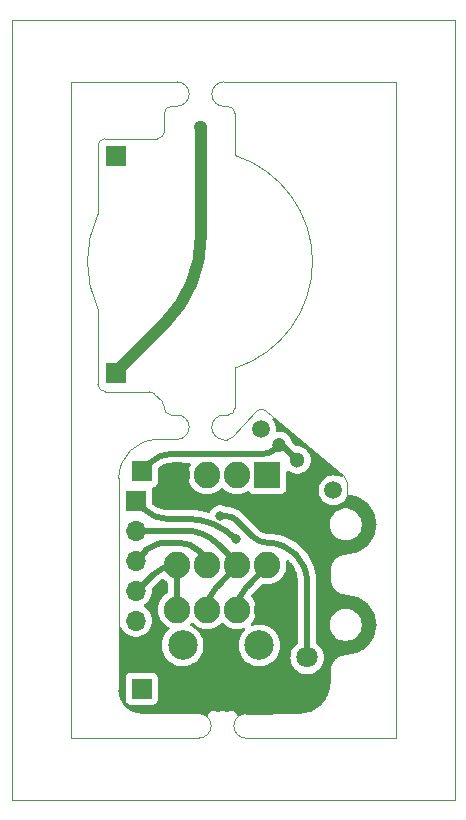
<source format=gbr>
%TF.GenerationSoftware,KiCad,Pcbnew,8.0.2-1*%
%TF.CreationDate,2024-07-30T22:04:43-07:00*%
%TF.ProjectId,tamagotchi_panel_rounded,74616d61-676f-4746-9368-695f70616e65,rev?*%
%TF.SameCoordinates,Original*%
%TF.FileFunction,Copper,L1,Top*%
%TF.FilePolarity,Positive*%
%FSLAX46Y46*%
G04 Gerber Fmt 4.6, Leading zero omitted, Abs format (unit mm)*
G04 Created by KiCad (PCBNEW 8.0.2-1) date 2024-07-30 22:04:43*
%MOMM*%
%LPD*%
G01*
G04 APERTURE LIST*
G04 Aperture macros list*
%AMRotRect*
0 Rectangle, with rotation*
0 The origin of the aperture is its center*
0 $1 length*
0 $2 width*
0 $3 Rotation angle, in degrees counterclockwise*
0 Add horizontal line*
21,1,$1,$2,0,0,$3*%
G04 Aperture macros list end*
%TA.AperFunction,ComponentPad*%
%ADD10R,2.250000X2.250000*%
%TD*%
%TA.AperFunction,ComponentPad*%
%ADD11C,2.250000*%
%TD*%
%TA.AperFunction,ComponentPad*%
%ADD12R,1.700000X1.700000*%
%TD*%
%TA.AperFunction,ComponentPad*%
%ADD13C,1.300000*%
%TD*%
%TA.AperFunction,ComponentPad*%
%ADD14C,1.200000*%
%TD*%
%TA.AperFunction,ComponentPad*%
%ADD15C,1.500000*%
%TD*%
%TA.AperFunction,ComponentPad*%
%ADD16C,2.500000*%
%TD*%
%TA.AperFunction,ComponentPad*%
%ADD17RotRect,1.800000X1.800000X70.000000*%
%TD*%
%TA.AperFunction,ComponentPad*%
%ADD18C,1.800000*%
%TD*%
%TA.AperFunction,ComponentPad*%
%ADD19O,1.700000X1.700000*%
%TD*%
%TA.AperFunction,ViaPad*%
%ADD20C,0.800000*%
%TD*%
%TA.AperFunction,Conductor*%
%ADD21C,0.500000*%
%TD*%
%TA.AperFunction,Conductor*%
%ADD22C,1.000000*%
%TD*%
%TA.AperFunction,Profile*%
%ADD23C,0.100000*%
%TD*%
G04 APERTURE END LIST*
D10*
%TO.P,U1,1,~{RESET}/PB5*%
%TO.N,ISP RESET*%
X39620077Y-51983079D03*
D11*
%TO.P,U1,2,XTAL1/PB3*%
%TO.N,BUTTON*%
X37080077Y-51983079D03*
%TO.P,U1,3,XTAL2/PB4*%
%TO.N,LED*%
X34540077Y-51983079D03*
%TO.P,U1,4,GND*%
%TO.N,GND*%
X32000077Y-51983079D03*
%TO.P,U1,5,AREF/PB0*%
%TO.N,ISP MOSI*%
X32000077Y-59603079D03*
%TO.P,U1,6,PB1*%
%TO.N,ISP MISO*%
X34540077Y-59603079D03*
%TO.P,U1,7,PB2*%
%TO.N,ISP SCK*%
X37080077Y-59603079D03*
%TO.P,U1,8,VCC*%
%TO.N,VCC*%
X39620077Y-59603079D03*
%TD*%
D12*
%TO.P,J4,1,Pin_1*%
%TO.N,Net-(BT2-+)*%
X26800000Y-43343402D03*
%TD*%
D13*
%TO.P,SW2,1,1*%
%TO.N,GND*%
X43704199Y-51996982D03*
D14*
%TO.P,SW2,2,2*%
%TO.N,Net-(J3-Pin_1)*%
X40640021Y-49425832D03*
D13*
%TO.P,SW2,3*%
X42172110Y-50711407D03*
D15*
%TO.P,SW2,MH1*%
%TO.N,N/C*%
X45236288Y-53282557D03*
%TO.P,SW2,MH2*%
X39107932Y-48140256D03*
%TD*%
D16*
%TO.P,SW1,1,1*%
%TO.N,GND*%
X38968713Y-70923675D03*
X32468713Y-70923675D03*
%TO.P,SW1,2,2*%
%TO.N,BUTTON*%
X38968713Y-66423675D03*
X32468713Y-66423675D03*
%TD*%
D11*
%TO.P,U2,1,Gnd*%
%TO.N,GND*%
X39625000Y-63400000D03*
%TO.P,U2,2,VCC*%
%TO.N,VCC*%
X37085000Y-63400000D03*
%TO.P,U2,3,SCL*%
%TO.N,ISP SCK*%
X34545000Y-63400000D03*
%TO.P,U2,4,SDA*%
%TO.N,ISP MOSI*%
X32005000Y-63400000D03*
%TD*%
D12*
%TO.P,J3,1,Pin_1*%
%TO.N,Net-(J3-Pin_1)*%
X28993960Y-51683079D03*
%TD*%
%TO.P,J5,1,Pin_1*%
%TO.N,Net-(BT2--)*%
X26800000Y-24943402D03*
%TD*%
%TO.P,J2,1,Pin_1*%
%TO.N,VCC*%
X28993960Y-70083079D03*
%TD*%
D17*
%TO.P,D1,1,K*%
%TO.N,GND*%
X42142843Y-69816333D03*
D18*
%TO.P,D1,2,A*%
%TO.N,LED*%
X43011574Y-67429514D03*
%TD*%
D12*
%TO.P,J1,1,Pin_1*%
%TO.N,ISP RESET*%
X28505077Y-54163079D03*
D19*
%TO.P,J1,2,Pin_2*%
%TO.N,ISP SCK*%
X28505077Y-56703079D03*
%TO.P,J1,3,Pin_3*%
%TO.N,ISP MISO*%
X28505077Y-59243079D03*
%TO.P,J1,4,Pin_4*%
%TO.N,ISP MOSI*%
X28505077Y-61783079D03*
%TO.P,J1,5,Pin_5*%
%TO.N,VCC*%
X28505077Y-64323079D03*
%TO.P,J1,6,Pin_6*%
%TO.N,GND*%
X28505077Y-66863079D03*
%TD*%
D20*
%TO.N,ISP RESET*%
X37000034Y-57432193D03*
%TO.N,Net-(BT2-+)*%
X33978370Y-22543402D03*
%TO.N,LED*%
X35647360Y-55468176D03*
%TD*%
D21*
%TO.N,LED*%
X43011574Y-61080158D02*
G75*
G03*
X39659497Y-57728076I-3352084J-2D01*
G01*
X36154861Y-55468176D02*
G75*
G02*
X37021241Y-55827012I39J-1225224D01*
G01*
X38400942Y-57206755D02*
G75*
G03*
X39659497Y-57728068I1258558J1258555D01*
G01*
X37021220Y-55827033D02*
X38400942Y-57206755D01*
X35647360Y-55468176D02*
X36154861Y-55468176D01*
X43011574Y-61080158D02*
X43011574Y-67429514D01*
%TO.N,ISP SCK*%
X35427028Y-57827028D02*
G75*
G03*
X32713575Y-56703102I-2713428J-2713472D01*
G01*
X32713575Y-56703079D02*
X28505077Y-56703079D01*
X35427028Y-57827028D02*
X37080077Y-59480077D01*
X37080077Y-59480077D02*
X37080077Y-59603079D01*
%TO.N,ISP MISO*%
X33845038Y-58423117D02*
G75*
G03*
X32167067Y-57728106I-1677938J-1677983D01*
G01*
X32167067Y-57728079D02*
X31091343Y-57728079D01*
X33845038Y-58423117D02*
X34540077Y-59118156D01*
X34540077Y-59118156D02*
X34540077Y-59603079D01*
X29262577Y-58485579D02*
X29366450Y-58384189D01*
X30100736Y-57922811D02*
X30374732Y-57826939D01*
X30657740Y-57762348D02*
X30946200Y-57729850D01*
X29366450Y-58384189D02*
X29593404Y-58203200D01*
X29839197Y-58048760D02*
X30100736Y-57922811D01*
X30374732Y-57826939D02*
X30657740Y-57762348D01*
X29593404Y-58203200D02*
X29839197Y-58048760D01*
X28505077Y-59243079D02*
X29262577Y-58485579D01*
X30946200Y-57729850D02*
X31091343Y-57728079D01*
%TO.N,Net-(J3-Pin_1)*%
X40763278Y-49425832D02*
G75*
G03*
X40552877Y-49512999I22J-297568D01*
G01*
X31525734Y-50200000D02*
G75*
G03*
X29735477Y-50941517I-34J-2531800D01*
G01*
X40973690Y-49512987D02*
G75*
G03*
X40763278Y-49425847I-210390J-210413D01*
G01*
X40252937Y-49812916D02*
G75*
G02*
X39318433Y-50200020I-934537J934516D01*
G01*
D22*
%TO.N,Net-(BT2-+)*%
X34007586Y-31800426D02*
G75*
G02*
X30972696Y-39127309I-10361776J-4D01*
G01*
X26815344Y-43284655D02*
G75*
G03*
X26800003Y-43321701I37056J-37045D01*
G01*
X33992978Y-22558010D02*
G75*
G02*
X34007599Y-22593276I-35278J-35290D01*
G01*
D21*
%TO.N,VCC*%
X37898328Y-61436478D02*
G75*
G03*
X37085025Y-63400000I1963572J-1963522D01*
G01*
%TO.N,ISP MOSI*%
X31955077Y-63314776D02*
G75*
G03*
X31980026Y-63375050I85223J-24D01*
G01*
X28656463Y-61743536D02*
G75*
G02*
X28560999Y-61783086I-95463J95436D01*
G01*
X32000077Y-59603079D02*
G75*
G03*
X29946109Y-60453912I123J-2904921D01*
G01*
%TO.N,ISP SCK*%
X35358261Y-61436545D02*
G75*
G03*
X34545037Y-63400000I1963439J-1963355D01*
G01*
%TO.N,ISP RESET*%
X29275077Y-54933079D02*
G75*
G03*
X31134021Y-55703054I1858923J1858979D01*
G01*
X37000034Y-57432193D02*
G75*
G03*
X32825608Y-55703078I-4174434J-4174407D01*
G01*
X29275077Y-54933079D02*
X28505077Y-54163079D01*
X31134021Y-55703079D02*
X32825608Y-55703079D01*
%TO.N,ISP SCK*%
X35358261Y-61436545D02*
X37080077Y-59714730D01*
%TO.N,ISP MOSI*%
X28656463Y-61743536D02*
X29946098Y-60453901D01*
X31980038Y-63375038D02*
X32005000Y-63400000D01*
X28560999Y-61783079D02*
X28505077Y-61783079D01*
X31955077Y-63314776D02*
X31955077Y-59648079D01*
%TO.N,VCC*%
X37898328Y-61436478D02*
X39620077Y-59714730D01*
D22*
%TO.N,Net-(BT2-+)*%
X34007586Y-31800426D02*
X34007586Y-22593276D01*
X33992978Y-22558010D02*
X33978370Y-22543402D01*
X26800000Y-43321701D02*
X26800000Y-43343402D01*
X30972693Y-39127306D02*
X26815344Y-43284655D01*
D21*
%TO.N,Net-(J3-Pin_1)*%
X40973690Y-49512987D02*
X42172110Y-50711407D01*
X40552865Y-49512987D02*
X40252937Y-49812916D01*
X29735499Y-50941539D02*
X28993960Y-51683079D01*
X31525734Y-50200000D02*
X39318433Y-50200000D01*
%TD*%
%TA.AperFunction,Conductor*%
%TO.N,GND*%
G36*
X40271684Y-47177689D02*
G01*
X40274046Y-47179625D01*
X45967198Y-51961488D01*
X46006496Y-52020617D01*
X46007588Y-52091605D01*
X45970127Y-52151914D01*
X45906007Y-52182397D01*
X45835586Y-52173375D01*
X45832911Y-52172165D01*
X45668371Y-52095440D01*
X45668367Y-52095438D01*
X45668364Y-52095437D01*
X45668362Y-52095436D01*
X45668361Y-52095436D01*
X45578466Y-52071348D01*
X45455659Y-52038442D01*
X45236288Y-52019250D01*
X45016917Y-52038442D01*
X44804214Y-52095436D01*
X44804208Y-52095438D01*
X44604634Y-52188501D01*
X44424253Y-52314805D01*
X44424247Y-52314810D01*
X44268541Y-52470516D01*
X44268536Y-52470522D01*
X44142232Y-52650903D01*
X44049169Y-52850477D01*
X44049167Y-52850483D01*
X43992173Y-53063186D01*
X43972981Y-53282557D01*
X43992173Y-53501927D01*
X44049167Y-53714630D01*
X44049169Y-53714636D01*
X44091729Y-53805907D01*
X44142232Y-53914211D01*
X44148035Y-53922498D01*
X44268539Y-54094595D01*
X44268542Y-54094599D01*
X44424245Y-54250302D01*
X44424249Y-54250305D01*
X44424250Y-54250306D01*
X44604634Y-54376613D01*
X44804212Y-54469677D01*
X45016917Y-54526672D01*
X45236288Y-54545864D01*
X45455659Y-54526672D01*
X45668364Y-54469677D01*
X45867942Y-54376613D01*
X46048326Y-54250306D01*
X46204037Y-54094595D01*
X46330344Y-53914211D01*
X46402093Y-53760342D01*
X46449008Y-53707059D01*
X46517285Y-53687597D01*
X46532079Y-53688587D01*
X46811155Y-53723842D01*
X46826695Y-53726806D01*
X46957316Y-53760344D01*
X47115731Y-53801018D01*
X47130779Y-53805907D01*
X47308123Y-53876122D01*
X47408252Y-53915766D01*
X47422560Y-53922498D01*
X47684086Y-54066272D01*
X47697434Y-54074744D01*
X47724762Y-54094599D01*
X47938864Y-54250154D01*
X47951056Y-54260240D01*
X48168597Y-54464523D01*
X48179428Y-54476057D01*
X48356147Y-54689674D01*
X48369652Y-54705998D01*
X48378950Y-54718796D01*
X48512425Y-54929119D01*
X48538853Y-54970762D01*
X48546476Y-54984628D01*
X48673537Y-55254647D01*
X48679362Y-55269359D01*
X48771579Y-55553176D01*
X48775514Y-55568502D01*
X48831433Y-55861638D01*
X48833416Y-55877336D01*
X48852155Y-56175168D01*
X48852155Y-56190992D01*
X48833416Y-56488823D01*
X48831433Y-56504521D01*
X48775514Y-56797657D01*
X48771579Y-56812983D01*
X48679362Y-57096800D01*
X48673537Y-57111512D01*
X48546476Y-57381531D01*
X48538853Y-57395397D01*
X48378952Y-57647360D01*
X48369652Y-57660161D01*
X48179429Y-57890101D01*
X48168597Y-57901636D01*
X47951056Y-58105919D01*
X47938864Y-58116005D01*
X47697440Y-58291411D01*
X47684080Y-58299890D01*
X47422568Y-58443657D01*
X47408250Y-58450394D01*
X47130779Y-58560252D01*
X47115731Y-58565141D01*
X46826698Y-58639352D01*
X46811155Y-58642317D01*
X46514134Y-58679839D01*
X46500239Y-58680818D01*
X46350077Y-58683079D01*
X46350060Y-58683079D01*
X46350018Y-58683080D01*
X46227819Y-58685742D01*
X45987045Y-58728201D01*
X45987042Y-58728202D01*
X45757288Y-58811827D01*
X45757283Y-58811830D01*
X45545541Y-58934080D01*
X45545540Y-58934081D01*
X45358251Y-59091236D01*
X45358245Y-59091241D01*
X45201083Y-59278538D01*
X45078830Y-59490284D01*
X44995200Y-59720048D01*
X44952742Y-59960818D01*
X44952742Y-59960823D01*
X44950077Y-60083075D01*
X44950077Y-60783085D01*
X44952782Y-60905326D01*
X44980589Y-61063039D01*
X44995236Y-61146113D01*
X45078856Y-61375867D01*
X45078858Y-61375870D01*
X45078859Y-61375873D01*
X45201097Y-61587605D01*
X45201098Y-61587606D01*
X45201101Y-61587611D01*
X45275534Y-61676319D01*
X45358259Y-61774910D01*
X45418271Y-61825268D01*
X45545553Y-61932073D01*
X45630183Y-61980936D01*
X45757288Y-62054324D01*
X45757291Y-62054325D01*
X45757293Y-62054326D01*
X45987045Y-62137953D01*
X46227828Y-62180413D01*
X46350077Y-62183079D01*
X46500254Y-62185341D01*
X46514133Y-62186320D01*
X46811155Y-62223842D01*
X46826695Y-62226806D01*
X47105511Y-62298394D01*
X47115731Y-62301018D01*
X47130779Y-62305907D01*
X47251304Y-62353626D01*
X47408252Y-62415766D01*
X47422560Y-62422498D01*
X47684086Y-62566272D01*
X47697434Y-62574744D01*
X47809430Y-62656114D01*
X47938864Y-62750154D01*
X47951056Y-62760240D01*
X48168597Y-62964523D01*
X48179428Y-62976057D01*
X48334819Y-63163893D01*
X48369652Y-63205998D01*
X48378950Y-63218796D01*
X48538853Y-63470762D01*
X48546476Y-63484628D01*
X48673537Y-63754647D01*
X48679362Y-63769359D01*
X48771579Y-64053176D01*
X48775514Y-64068502D01*
X48831433Y-64361638D01*
X48833416Y-64377336D01*
X48852155Y-64675168D01*
X48852155Y-64690992D01*
X48833416Y-64988823D01*
X48831433Y-65004521D01*
X48775514Y-65297657D01*
X48771579Y-65312983D01*
X48679362Y-65596800D01*
X48673537Y-65611512D01*
X48546476Y-65881531D01*
X48538853Y-65895397D01*
X48378952Y-66147360D01*
X48369652Y-66160161D01*
X48179429Y-66390101D01*
X48168597Y-66401636D01*
X47951056Y-66605919D01*
X47938864Y-66616005D01*
X47697440Y-66791411D01*
X47684080Y-66799890D01*
X47422568Y-66943657D01*
X47408250Y-66950394D01*
X47130779Y-67060252D01*
X47115731Y-67065141D01*
X46826698Y-67139352D01*
X46811155Y-67142317D01*
X46514134Y-67179839D01*
X46500239Y-67180818D01*
X46350077Y-67183079D01*
X46350060Y-67183079D01*
X46350018Y-67183080D01*
X46227819Y-67185742D01*
X45987045Y-67228201D01*
X45987042Y-67228202D01*
X45757288Y-67311827D01*
X45757283Y-67311830D01*
X45545541Y-67434080D01*
X45545540Y-67434081D01*
X45358251Y-67591236D01*
X45358245Y-67591241D01*
X45201083Y-67778538D01*
X45078830Y-67990284D01*
X44995200Y-68220048D01*
X44952742Y-68460818D01*
X44952742Y-68460823D01*
X44950077Y-68583067D01*
X44957262Y-69583628D01*
X44957252Y-69586350D01*
X44955102Y-69735412D01*
X44954196Y-69748782D01*
X44918046Y-70046523D01*
X44915304Y-70061489D01*
X44843742Y-70351831D01*
X44839215Y-70366358D01*
X44733183Y-70645945D01*
X44726939Y-70659820D01*
X44587972Y-70924600D01*
X44580100Y-70937621D01*
X44410237Y-71183710D01*
X44400853Y-71195688D01*
X44202563Y-71419510D01*
X44191804Y-71430268D01*
X43967978Y-71628560D01*
X43956001Y-71637944D01*
X43709913Y-71807804D01*
X43696892Y-71815676D01*
X43432108Y-71954644D01*
X43418232Y-71960888D01*
X43138649Y-72066917D01*
X43124123Y-72071444D01*
X42833778Y-72143006D01*
X42818812Y-72145748D01*
X42611855Y-72170875D01*
X42521068Y-72181898D01*
X42507707Y-72182804D01*
X42358060Y-72184971D01*
X42356488Y-72184984D01*
X37836226Y-72194039D01*
X37733909Y-72196377D01*
X37733904Y-72196378D01*
X37533160Y-72236320D01*
X37533158Y-72236321D01*
X37533153Y-72236322D01*
X37344066Y-72314666D01*
X37259499Y-72371190D01*
X37191749Y-72392414D01*
X37123280Y-72373640D01*
X37075829Y-72320829D01*
X37067776Y-72299044D01*
X37063125Y-72281685D01*
X37006183Y-72183059D01*
X36996708Y-72166648D01*
X36996700Y-72166638D01*
X36902782Y-72072720D01*
X36902772Y-72072712D01*
X36787736Y-72006296D01*
X36659425Y-71971915D01*
X36526587Y-71971915D01*
X36441046Y-71994835D01*
X36398275Y-72006296D01*
X36281006Y-72074002D01*
X36212011Y-72090740D01*
X36155006Y-72074002D01*
X36037736Y-72006296D01*
X35909425Y-71971915D01*
X35776587Y-71971915D01*
X35691046Y-71994835D01*
X35648275Y-72006296D01*
X35531006Y-72074002D01*
X35462011Y-72090740D01*
X35405006Y-72074002D01*
X35287736Y-72006296D01*
X35159425Y-71971915D01*
X35026587Y-71971915D01*
X34941046Y-71994835D01*
X34898275Y-72006296D01*
X34783239Y-72072712D01*
X34783229Y-72072720D01*
X34689311Y-72166638D01*
X34689303Y-72166648D01*
X34622886Y-72281686D01*
X34619277Y-72295156D01*
X34582324Y-72355778D01*
X34518463Y-72386798D01*
X34447968Y-72378368D01*
X34427627Y-72367346D01*
X34410294Y-72355778D01*
X34333759Y-72304700D01*
X34168406Y-72236322D01*
X34144616Y-72226484D01*
X34144611Y-72226483D01*
X33943842Y-72186678D01*
X33943846Y-72186678D01*
X33841503Y-72184407D01*
X29051186Y-72183079D01*
X29048973Y-72183059D01*
X28915097Y-72180670D01*
X28899412Y-72179407D01*
X28633333Y-72141147D01*
X28615766Y-72137326D01*
X28358906Y-72061902D01*
X28342063Y-72055619D01*
X28098566Y-71944415D01*
X28082787Y-71935799D01*
X27857590Y-71791069D01*
X27843199Y-71780296D01*
X27640887Y-71604988D01*
X27628179Y-71592280D01*
X27452874Y-71389963D01*
X27442107Y-71375580D01*
X27326500Y-71195688D01*
X27297375Y-71150366D01*
X27288762Y-71134591D01*
X27246607Y-71042283D01*
X27177563Y-70891092D01*
X27171281Y-70874251D01*
X27104247Y-70645945D01*
X27095863Y-70617389D01*
X27092043Y-70599826D01*
X27057453Y-70359230D01*
X27053784Y-70333711D01*
X27052524Y-70318071D01*
X27050098Y-70184237D01*
X27050077Y-70181953D01*
X27050077Y-69184429D01*
X27635460Y-69184429D01*
X27635460Y-70981728D01*
X27641969Y-71042275D01*
X27641971Y-71042283D01*
X27693070Y-71179281D01*
X27693072Y-71179286D01*
X27780698Y-71296340D01*
X27897752Y-71383966D01*
X27897754Y-71383967D01*
X27897756Y-71383968D01*
X27956835Y-71406003D01*
X28034755Y-71435067D01*
X28034763Y-71435069D01*
X28095310Y-71441578D01*
X28095315Y-71441578D01*
X28095322Y-71441579D01*
X28095328Y-71441579D01*
X29892592Y-71441579D01*
X29892598Y-71441579D01*
X29892605Y-71441578D01*
X29892609Y-71441578D01*
X29953156Y-71435069D01*
X29953159Y-71435068D01*
X29953161Y-71435068D01*
X30090164Y-71383968D01*
X30207221Y-71296340D01*
X30294847Y-71179286D01*
X30294847Y-71179285D01*
X30294849Y-71179283D01*
X30345949Y-71042280D01*
X30352460Y-70981717D01*
X30352460Y-69184441D01*
X30352459Y-69184429D01*
X30345950Y-69123882D01*
X30345948Y-69123874D01*
X30294849Y-68986876D01*
X30294847Y-68986871D01*
X30207221Y-68869817D01*
X30090167Y-68782191D01*
X30090162Y-68782189D01*
X29953164Y-68731090D01*
X29953156Y-68731088D01*
X29892609Y-68724579D01*
X29892598Y-68724579D01*
X28095322Y-68724579D01*
X28095310Y-68724579D01*
X28034763Y-68731088D01*
X28034755Y-68731090D01*
X27897757Y-68782189D01*
X27897752Y-68782191D01*
X27780698Y-68869817D01*
X27693072Y-68986871D01*
X27693070Y-68986876D01*
X27641971Y-69123874D01*
X27641969Y-69123882D01*
X27635460Y-69184429D01*
X27050077Y-69184429D01*
X27050077Y-64988850D01*
X27070079Y-64920729D01*
X27123735Y-64874236D01*
X27194009Y-64864132D01*
X27258589Y-64893626D01*
X27291463Y-64938234D01*
X27292918Y-64941550D01*
X27306218Y-64971872D01*
X27429352Y-65160344D01*
X27429356Y-65160349D01*
X27581839Y-65325987D01*
X27636408Y-65368460D01*
X27759501Y-65464268D01*
X27957503Y-65571421D01*
X27957504Y-65571421D01*
X27957505Y-65571422D01*
X28069304Y-65609802D01*
X28170442Y-65644523D01*
X28392508Y-65681579D01*
X28392512Y-65681579D01*
X28617642Y-65681579D01*
X28617646Y-65681579D01*
X28839712Y-65644523D01*
X29052651Y-65571421D01*
X29250653Y-65464268D01*
X29428317Y-65325985D01*
X29580799Y-65160347D01*
X29703937Y-64971870D01*
X29794373Y-64765695D01*
X29849641Y-64547447D01*
X29868233Y-64323079D01*
X29849641Y-64098711D01*
X29800926Y-63906340D01*
X29794374Y-63880466D01*
X29794373Y-63880465D01*
X29794373Y-63880463D01*
X29703937Y-63674288D01*
X29688020Y-63649925D01*
X29580801Y-63485813D01*
X29580797Y-63485808D01*
X29428314Y-63320170D01*
X29298069Y-63218796D01*
X29250653Y-63181890D01*
X29217396Y-63163892D01*
X29167006Y-63113881D01*
X29151653Y-63044564D01*
X29176213Y-62977951D01*
X29217397Y-62942265D01*
X29250653Y-62924268D01*
X29428317Y-62785985D01*
X29580799Y-62620347D01*
X29703937Y-62431870D01*
X29794373Y-62225695D01*
X29849641Y-62007447D01*
X29868233Y-61783079D01*
X29859386Y-61676318D01*
X29873695Y-61606779D01*
X29895861Y-61576819D01*
X30479935Y-60992745D01*
X30485035Y-60987921D01*
X30656641Y-60834564D01*
X30667678Y-60825764D01*
X30723477Y-60786171D01*
X30790607Y-60763063D01*
X30859574Y-60779917D01*
X30878221Y-60793119D01*
X30991839Y-60890158D01*
X31036961Y-60928695D01*
X31136413Y-60989639D01*
X31184043Y-61042286D01*
X31196577Y-61097071D01*
X31196577Y-61909024D01*
X31176575Y-61977145D01*
X31136412Y-62016456D01*
X31041891Y-62074378D01*
X31041880Y-62074386D01*
X30846368Y-62241368D01*
X30679386Y-62436880D01*
X30679385Y-62436882D01*
X30545039Y-62656114D01*
X30446644Y-62893661D01*
X30386622Y-63143674D01*
X30366449Y-63400000D01*
X30386622Y-63656325D01*
X30446644Y-63906338D01*
X30526328Y-64098711D01*
X30545040Y-64143887D01*
X30678478Y-64361638D01*
X30679385Y-64363117D01*
X30679386Y-64363119D01*
X30846368Y-64558631D01*
X31017112Y-64704459D01*
X31041884Y-64725616D01*
X31261113Y-64859960D01*
X31292242Y-64872854D01*
X31347521Y-64917402D01*
X31369942Y-64984765D01*
X31352384Y-65053556D01*
X31329724Y-65081626D01*
X31176031Y-65224232D01*
X31011695Y-65430302D01*
X30879918Y-65658546D01*
X30879915Y-65658554D01*
X30783624Y-65903899D01*
X30728057Y-66147360D01*
X30724978Y-66160849D01*
X30705282Y-66423675D01*
X30724978Y-66686501D01*
X30724979Y-66686505D01*
X30783624Y-66943450D01*
X30879915Y-67188795D01*
X30879918Y-67188803D01*
X31011695Y-67417047D01*
X31011697Y-67417050D01*
X31011698Y-67417051D01*
X31176027Y-67623113D01*
X31369232Y-67802381D01*
X31369238Y-67802385D01*
X31586988Y-67950845D01*
X31586992Y-67950847D01*
X31586998Y-67950851D01*
X31824459Y-68065207D01*
X31824462Y-68065207D01*
X31824467Y-68065210D01*
X32076302Y-68142890D01*
X32076304Y-68142890D01*
X32076313Y-68142893D01*
X32336932Y-68182175D01*
X32336936Y-68182175D01*
X32600490Y-68182175D01*
X32600494Y-68182175D01*
X32861113Y-68142893D01*
X32993096Y-68102182D01*
X33112958Y-68065210D01*
X33112960Y-68065209D01*
X33112967Y-68065207D01*
X33350429Y-67950851D01*
X33568194Y-67802381D01*
X33761399Y-67623113D01*
X33925728Y-67417051D01*
X34034760Y-67228202D01*
X34057507Y-67188803D01*
X34057509Y-67188799D01*
X34153800Y-66943455D01*
X34212448Y-66686501D01*
X34232144Y-66423675D01*
X34212448Y-66160849D01*
X34153800Y-65903895D01*
X34057509Y-65658551D01*
X34057508Y-65658550D01*
X34057507Y-65658546D01*
X33925730Y-65430302D01*
X33895979Y-65392995D01*
X33761399Y-65224237D01*
X33568194Y-65044969D01*
X33552672Y-65034386D01*
X33350438Y-64896504D01*
X33350431Y-64896500D01*
X33344463Y-64893626D01*
X33152114Y-64800995D01*
X33099419Y-64753418D01*
X33080811Y-64684903D01*
X33102199Y-64617205D01*
X33124954Y-64591663D01*
X33163631Y-64558631D01*
X33179188Y-64540415D01*
X33238638Y-64501606D01*
X33309632Y-64501098D01*
X33369632Y-64539053D01*
X33370812Y-64540416D01*
X33386369Y-64558632D01*
X33557112Y-64704459D01*
X33581884Y-64725616D01*
X33801113Y-64859960D01*
X34038660Y-64958355D01*
X34288674Y-65018378D01*
X34545000Y-65038551D01*
X34801326Y-65018378D01*
X35051340Y-64958355D01*
X35288887Y-64859960D01*
X35508116Y-64725616D01*
X35703631Y-64558631D01*
X35719188Y-64540415D01*
X35778638Y-64501606D01*
X35849632Y-64501098D01*
X35909632Y-64539053D01*
X35910812Y-64540416D01*
X35926369Y-64558632D01*
X36097112Y-64704459D01*
X36121884Y-64725616D01*
X36341113Y-64859960D01*
X36578660Y-64958355D01*
X36828674Y-65018378D01*
X37085000Y-65038551D01*
X37341326Y-65018378D01*
X37591340Y-64958355D01*
X37613587Y-64949139D01*
X37684175Y-64941550D01*
X37747663Y-64973328D01*
X37783891Y-65034386D01*
X37781358Y-65105337D01*
X37747507Y-65157912D01*
X37676031Y-65224232D01*
X37511695Y-65430302D01*
X37379918Y-65658546D01*
X37379915Y-65658554D01*
X37283624Y-65903899D01*
X37228057Y-66147360D01*
X37224978Y-66160849D01*
X37205282Y-66423675D01*
X37224978Y-66686501D01*
X37224979Y-66686505D01*
X37283624Y-66943450D01*
X37379915Y-67188795D01*
X37379918Y-67188803D01*
X37511695Y-67417047D01*
X37511697Y-67417050D01*
X37511698Y-67417051D01*
X37676027Y-67623113D01*
X37869232Y-67802381D01*
X37869238Y-67802385D01*
X38086988Y-67950845D01*
X38086992Y-67950847D01*
X38086998Y-67950851D01*
X38324459Y-68065207D01*
X38324462Y-68065207D01*
X38324467Y-68065210D01*
X38576302Y-68142890D01*
X38576304Y-68142890D01*
X38576313Y-68142893D01*
X38836932Y-68182175D01*
X38836936Y-68182175D01*
X39100490Y-68182175D01*
X39100494Y-68182175D01*
X39361113Y-68142893D01*
X39493096Y-68102182D01*
X39612958Y-68065210D01*
X39612960Y-68065209D01*
X39612967Y-68065207D01*
X39850429Y-67950851D01*
X40068194Y-67802381D01*
X40261399Y-67623113D01*
X40425728Y-67417051D01*
X40534760Y-67228202D01*
X40557507Y-67188803D01*
X40557509Y-67188799D01*
X40653800Y-66943455D01*
X40712448Y-66686501D01*
X40732144Y-66423675D01*
X40712448Y-66160849D01*
X40653800Y-65903895D01*
X40557509Y-65658551D01*
X40557508Y-65658550D01*
X40557507Y-65658546D01*
X40425730Y-65430302D01*
X40395979Y-65392995D01*
X40261399Y-65224237D01*
X40068194Y-65044969D01*
X40052672Y-65034386D01*
X39850438Y-64896504D01*
X39850431Y-64896500D01*
X39612970Y-64782144D01*
X39612958Y-64782139D01*
X39361123Y-64704459D01*
X39361115Y-64704457D01*
X39361113Y-64704457D01*
X39100494Y-64665175D01*
X38836932Y-64665175D01*
X38576313Y-64704457D01*
X38576311Y-64704457D01*
X38576302Y-64704459D01*
X38369853Y-64768140D01*
X38298863Y-64769106D01*
X38238620Y-64731537D01*
X38208252Y-64667364D01*
X38217399Y-64596959D01*
X38240818Y-64562739D01*
X38240416Y-64562396D01*
X38243625Y-64558638D01*
X38243628Y-64558632D01*
X38243631Y-64558631D01*
X38410616Y-64363116D01*
X38544960Y-64143887D01*
X38643355Y-63906340D01*
X38703378Y-63656326D01*
X38723551Y-63400000D01*
X38703378Y-63143674D01*
X38643355Y-62893660D01*
X38544960Y-62656113D01*
X38410616Y-62436884D01*
X38406335Y-62431872D01*
X38291186Y-62297049D01*
X38262155Y-62232260D01*
X38272760Y-62162060D01*
X38293042Y-62131265D01*
X38432018Y-61975746D01*
X38436841Y-61970644D01*
X39170543Y-61236943D01*
X39232853Y-61202920D01*
X39289051Y-61203523D01*
X39363741Y-61221455D01*
X39363744Y-61221455D01*
X39363751Y-61221457D01*
X39620077Y-61241630D01*
X39876403Y-61221457D01*
X40126417Y-61161434D01*
X40363964Y-61063039D01*
X40583193Y-60928695D01*
X40778708Y-60761710D01*
X40945693Y-60566195D01*
X41080037Y-60346966D01*
X41178432Y-60109419D01*
X41238455Y-59859405D01*
X41258628Y-59603079D01*
X41238455Y-59346753D01*
X41232180Y-59320615D01*
X41235728Y-59249709D01*
X41277048Y-59191976D01*
X41343021Y-59165746D01*
X41412703Y-59179349D01*
X41438655Y-59197250D01*
X41488202Y-59241528D01*
X41498182Y-59251509D01*
X41574777Y-59337219D01*
X41682554Y-59457823D01*
X41691364Y-59468869D01*
X41851489Y-59694543D01*
X41859006Y-59706507D01*
X41992848Y-59948676D01*
X41998979Y-59961407D01*
X42104867Y-60217042D01*
X42109534Y-60230379D01*
X42186134Y-60496265D01*
X42189278Y-60510040D01*
X42235627Y-60782830D01*
X42237209Y-60796871D01*
X42252876Y-61075835D01*
X42253074Y-61082900D01*
X42253074Y-66173426D01*
X42233072Y-66241547D01*
X42204465Y-66272857D01*
X42054359Y-66389690D01*
X42054348Y-66389700D01*
X41896259Y-66561430D01*
X41768589Y-66756845D01*
X41674826Y-66970603D01*
X41674823Y-66970610D01*
X41617524Y-67196880D01*
X41617523Y-67196886D01*
X41617523Y-67196888D01*
X41607999Y-67311827D01*
X41598247Y-67429514D01*
X41617524Y-67662147D01*
X41674823Y-67888417D01*
X41674826Y-67888424D01*
X41768589Y-68102182D01*
X41896259Y-68297597D01*
X42054348Y-68469327D01*
X42054352Y-68469331D01*
X42120224Y-68520601D01*
X42238557Y-68612704D01*
X42443847Y-68723801D01*
X42664623Y-68799594D01*
X42894862Y-68838014D01*
X42894866Y-68838014D01*
X43128282Y-68838014D01*
X43128286Y-68838014D01*
X43358525Y-68799594D01*
X43579301Y-68723801D01*
X43784591Y-68612704D01*
X43968794Y-68469332D01*
X43976628Y-68460823D01*
X44126888Y-68297597D01*
X44177553Y-68220048D01*
X44254558Y-68102183D01*
X44348323Y-67888421D01*
X44405625Y-67662140D01*
X44424901Y-67429514D01*
X44405625Y-67196888D01*
X44348323Y-66970607D01*
X44254558Y-66756845D01*
X44162543Y-66616005D01*
X44126888Y-66561430D01*
X43968799Y-66389700D01*
X43968788Y-66389690D01*
X43818683Y-66272857D01*
X43777212Y-66215232D01*
X43770074Y-66173426D01*
X43770074Y-64576478D01*
X44922536Y-64576478D01*
X44922536Y-64789680D01*
X44947793Y-64949140D01*
X44955890Y-65000262D01*
X45007904Y-65160347D01*
X45021772Y-65203026D01*
X45118564Y-65392992D01*
X45118566Y-65392995D01*
X45243883Y-65565478D01*
X45394636Y-65716231D01*
X45394639Y-65716233D01*
X45567123Y-65841551D01*
X45757089Y-65938343D01*
X45959857Y-66004226D01*
X46170435Y-66037579D01*
X46170438Y-66037579D01*
X46383634Y-66037579D01*
X46383637Y-66037579D01*
X46594215Y-66004226D01*
X46796983Y-65938343D01*
X46986949Y-65841551D01*
X47159433Y-65716233D01*
X47310190Y-65565476D01*
X47435508Y-65392992D01*
X47532300Y-65203026D01*
X47598183Y-65000258D01*
X47631536Y-64789680D01*
X47631536Y-64576478D01*
X47598183Y-64365900D01*
X47532300Y-64163132D01*
X47435508Y-63973166D01*
X47310190Y-63800682D01*
X47310188Y-63800679D01*
X47159435Y-63649926D01*
X46986952Y-63524609D01*
X46986951Y-63524608D01*
X46986949Y-63524607D01*
X46796983Y-63427815D01*
X46796980Y-63427814D01*
X46796978Y-63427813D01*
X46594219Y-63361933D01*
X46594217Y-63361932D01*
X46594215Y-63361932D01*
X46383637Y-63328579D01*
X46170435Y-63328579D01*
X45959857Y-63361932D01*
X45959855Y-63361932D01*
X45959852Y-63361933D01*
X45757093Y-63427813D01*
X45757087Y-63427816D01*
X45567119Y-63524609D01*
X45394636Y-63649926D01*
X45243883Y-63800679D01*
X45118566Y-63973162D01*
X45021773Y-64163130D01*
X45021770Y-64163136D01*
X44955890Y-64365895D01*
X44955889Y-64365898D01*
X44955889Y-64365900D01*
X44922536Y-64576478D01*
X43770074Y-64576478D01*
X43770074Y-61160799D01*
X43770121Y-61160638D01*
X43770121Y-61080198D01*
X43770121Y-60890152D01*
X43735051Y-60511683D01*
X43665209Y-60138065D01*
X43657058Y-60109419D01*
X43614779Y-59960823D01*
X43561192Y-59772484D01*
X43423888Y-59418061D01*
X43254467Y-59077818D01*
X43054376Y-58754658D01*
X42825320Y-58451340D01*
X42825318Y-58451337D01*
X42569260Y-58170453D01*
X42334825Y-57956738D01*
X42288365Y-57914384D01*
X42288362Y-57914382D01*
X42288358Y-57914378D01*
X41985044Y-57685326D01*
X41985029Y-57685316D01*
X41661895Y-57485240D01*
X41661892Y-57485238D01*
X41661888Y-57485236D01*
X41321645Y-57315815D01*
X41321635Y-57315810D01*
X40967226Y-57178511D01*
X40601647Y-57074493D01*
X40601640Y-57074491D01*
X40369486Y-57031094D01*
X40228023Y-57004650D01*
X40228017Y-57004649D01*
X40228015Y-57004649D01*
X40227999Y-57004647D01*
X39849558Y-56969579D01*
X39849554Y-56969579D01*
X39664454Y-56969579D01*
X39654568Y-56969191D01*
X39509605Y-56957782D01*
X39490076Y-56954688D01*
X39353515Y-56921902D01*
X39334712Y-56915793D01*
X39204960Y-56862048D01*
X39187343Y-56853071D01*
X39067605Y-56779695D01*
X39051609Y-56768074D01*
X38941139Y-56673723D01*
X38933875Y-56667007D01*
X38927496Y-56660628D01*
X38880912Y-56614043D01*
X38880911Y-56614042D01*
X38876511Y-56609642D01*
X38876501Y-56609633D01*
X38343346Y-56076478D01*
X44922536Y-56076478D01*
X44922536Y-56289680D01*
X44954078Y-56488823D01*
X44955890Y-56500262D01*
X45010068Y-56667007D01*
X45021772Y-56703026D01*
X45118564Y-56892992D01*
X45118566Y-56892995D01*
X45243883Y-57065478D01*
X45394636Y-57216231D01*
X45394639Y-57216233D01*
X45567123Y-57341551D01*
X45757089Y-57438343D01*
X45959857Y-57504226D01*
X46170435Y-57537579D01*
X46170438Y-57537579D01*
X46383634Y-57537579D01*
X46383637Y-57537579D01*
X46594215Y-57504226D01*
X46796983Y-57438343D01*
X46986949Y-57341551D01*
X47159433Y-57216233D01*
X47310190Y-57065476D01*
X47435508Y-56892992D01*
X47532300Y-56703026D01*
X47598183Y-56500258D01*
X47631536Y-56289680D01*
X47631536Y-56076478D01*
X47598183Y-55865900D01*
X47532300Y-55663132D01*
X47435508Y-55473166D01*
X47343877Y-55347048D01*
X47310188Y-55300679D01*
X47159435Y-55149926D01*
X46986952Y-55024609D01*
X46986951Y-55024608D01*
X46986949Y-55024607D01*
X46796983Y-54927815D01*
X46796980Y-54927814D01*
X46796978Y-54927813D01*
X46594219Y-54861933D01*
X46594217Y-54861932D01*
X46594215Y-54861932D01*
X46383637Y-54828579D01*
X46170435Y-54828579D01*
X45959857Y-54861932D01*
X45959855Y-54861932D01*
X45959852Y-54861933D01*
X45757093Y-54927813D01*
X45757087Y-54927816D01*
X45567119Y-55024609D01*
X45394636Y-55149926D01*
X45243883Y-55300679D01*
X45118566Y-55473162D01*
X45021773Y-55663130D01*
X45021770Y-55663136D01*
X44955890Y-55865895D01*
X44955889Y-55865898D01*
X44955889Y-55865900D01*
X44922536Y-56076478D01*
X38343346Y-56076478D01*
X37618990Y-55352122D01*
X37618965Y-55352094D01*
X37594472Y-55327602D01*
X37594421Y-55327509D01*
X37536267Y-55269359D01*
X37478790Y-55211885D01*
X37397935Y-55147409D01*
X37304585Y-55072969D01*
X37115932Y-54954437D01*
X36915178Y-54857766D01*
X36704879Y-54784186D01*
X36487645Y-54734611D01*
X36266244Y-54709672D01*
X36266241Y-54709672D01*
X36266232Y-54709672D01*
X36189948Y-54709674D01*
X36121827Y-54689674D01*
X36115884Y-54685610D01*
X36104116Y-54677060D01*
X35929648Y-54599382D01*
X35742847Y-54559676D01*
X35551873Y-54559676D01*
X35365071Y-54599382D01*
X35190607Y-54677058D01*
X35036104Y-54789311D01*
X34908325Y-54931224D01*
X34908318Y-54931234D01*
X34812835Y-55096615D01*
X34806115Y-55117295D01*
X34766039Y-55175899D01*
X34700641Y-55203533D01*
X34650784Y-55199250D01*
X34474233Y-55147409D01*
X34474217Y-55147405D01*
X34009238Y-55046253D01*
X34009241Y-55046253D01*
X33538220Y-54978529D01*
X33365100Y-54966147D01*
X33063544Y-54944579D01*
X33063537Y-54944579D01*
X31219969Y-54944579D01*
X31219949Y-54944578D01*
X31138134Y-54944578D01*
X31129895Y-54944308D01*
X30898111Y-54929119D01*
X30881773Y-54926968D01*
X30797199Y-54910146D01*
X30658005Y-54882460D01*
X30642086Y-54878195D01*
X30426039Y-54804860D01*
X30410812Y-54798553D01*
X30206183Y-54697644D01*
X30191910Y-54689403D01*
X30002217Y-54562658D01*
X29989140Y-54552625D01*
X29906500Y-54480153D01*
X29868472Y-54420199D01*
X29863577Y-54385420D01*
X29863577Y-53264446D01*
X29863576Y-53264429D01*
X29857067Y-53203882D01*
X29857066Y-53203879D01*
X29856898Y-53203428D01*
X29856871Y-53203053D01*
X29855254Y-53196211D01*
X29856362Y-53195948D01*
X29851829Y-53132612D01*
X29885851Y-53070298D01*
X29945975Y-53036766D01*
X29953152Y-53035068D01*
X29953161Y-53035068D01*
X30090164Y-52983968D01*
X30091101Y-52983267D01*
X30207221Y-52896340D01*
X30294847Y-52779286D01*
X30294847Y-52779285D01*
X30294849Y-52779283D01*
X30345949Y-52642280D01*
X30352460Y-52581717D01*
X30352460Y-51464273D01*
X30372462Y-51396152D01*
X30395384Y-51369540D01*
X30440022Y-51330395D01*
X30453093Y-51320365D01*
X30632228Y-51200675D01*
X30646481Y-51192446D01*
X30839729Y-51097150D01*
X30854936Y-51090852D01*
X31058953Y-51021600D01*
X31074867Y-51017337D01*
X31286183Y-50975306D01*
X31302495Y-50973159D01*
X31435961Y-50964413D01*
X31522101Y-50958770D01*
X31530339Y-50958500D01*
X31605445Y-50958501D01*
X31605450Y-50958500D01*
X33027136Y-50958500D01*
X33095257Y-50978502D01*
X33141750Y-51032158D01*
X33151854Y-51102432D01*
X33134569Y-51150335D01*
X33080116Y-51239193D01*
X32981721Y-51476740D01*
X32921699Y-51726753D01*
X32901526Y-51983079D01*
X32921699Y-52239404D01*
X32981721Y-52489417D01*
X33074562Y-52713554D01*
X33080117Y-52726966D01*
X33198993Y-52920954D01*
X33214462Y-52946196D01*
X33214463Y-52946198D01*
X33381445Y-53141710D01*
X33546357Y-53282557D01*
X33576961Y-53308695D01*
X33796190Y-53443039D01*
X34033737Y-53541434D01*
X34283751Y-53601457D01*
X34540077Y-53621630D01*
X34796403Y-53601457D01*
X35046417Y-53541434D01*
X35283964Y-53443039D01*
X35503193Y-53308695D01*
X35698708Y-53141710D01*
X35714265Y-53123494D01*
X35773715Y-53084685D01*
X35844709Y-53084177D01*
X35904709Y-53122132D01*
X35905889Y-53123495D01*
X35921446Y-53141711D01*
X36086357Y-53282557D01*
X36116961Y-53308695D01*
X36336190Y-53443039D01*
X36573737Y-53541434D01*
X36823751Y-53601457D01*
X37080077Y-53621630D01*
X37336403Y-53601457D01*
X37586417Y-53541434D01*
X37823964Y-53443039D01*
X37922586Y-53382602D01*
X37991115Y-53364065D01*
X38058792Y-53385521D01*
X38089286Y-53414527D01*
X38131815Y-53471340D01*
X38248869Y-53558966D01*
X38248871Y-53558967D01*
X38248873Y-53558968D01*
X38307952Y-53581003D01*
X38385872Y-53610067D01*
X38385880Y-53610069D01*
X38446427Y-53616578D01*
X38446432Y-53616578D01*
X38446439Y-53616579D01*
X38446445Y-53616579D01*
X40793709Y-53616579D01*
X40793715Y-53616579D01*
X40793722Y-53616578D01*
X40793726Y-53616578D01*
X40854273Y-53610069D01*
X40854276Y-53610068D01*
X40854278Y-53610068D01*
X40991281Y-53558968D01*
X41108338Y-53471340D01*
X41150868Y-53414527D01*
X41195964Y-53354286D01*
X41195964Y-53354285D01*
X41195966Y-53354283D01*
X41247066Y-53217280D01*
X41248507Y-53203882D01*
X41253576Y-53156728D01*
X41253577Y-53156711D01*
X41253577Y-51727057D01*
X41273579Y-51658936D01*
X41327235Y-51612443D01*
X41397509Y-51602339D01*
X41462089Y-51631833D01*
X41464464Y-51633943D01*
X41470964Y-51639869D01*
X41470966Y-51639870D01*
X41470967Y-51639871D01*
X41653510Y-51752896D01*
X41653518Y-51752899D01*
X41853708Y-51830454D01*
X41853713Y-51830456D01*
X42064759Y-51869907D01*
X42064761Y-51869907D01*
X42279459Y-51869907D01*
X42279461Y-51869907D01*
X42490507Y-51830456D01*
X42690710Y-51752896D01*
X42873253Y-51639871D01*
X43031920Y-51495227D01*
X43161306Y-51323891D01*
X43257007Y-51131698D01*
X43315763Y-50925193D01*
X43335573Y-50711407D01*
X43315763Y-50497621D01*
X43276803Y-50360693D01*
X43257009Y-50291123D01*
X43257008Y-50291122D01*
X43257007Y-50291116D01*
X43161306Y-50098923D01*
X43031920Y-49927587D01*
X43031918Y-49927585D01*
X42873255Y-49782944D01*
X42690708Y-49669917D01*
X42690701Y-49669914D01*
X42490511Y-49592359D01*
X42490512Y-49592359D01*
X42455681Y-49585848D01*
X42279461Y-49552907D01*
X42279459Y-49552907D01*
X42138481Y-49552907D01*
X42070360Y-49532905D01*
X42049386Y-49516002D01*
X41749364Y-49215980D01*
X41717270Y-49161368D01*
X41678095Y-49023680D01*
X41663864Y-48995101D01*
X41586527Y-48839786D01*
X41586523Y-48839781D01*
X41462723Y-48675841D01*
X41310904Y-48537440D01*
X41136244Y-48429295D01*
X41136243Y-48429294D01*
X41136239Y-48429292D01*
X41018888Y-48383830D01*
X40944677Y-48355081D01*
X40894191Y-48345643D01*
X40742739Y-48317332D01*
X40537303Y-48317332D01*
X40537301Y-48317332D01*
X40515862Y-48321339D01*
X40445226Y-48314193D01*
X40389667Y-48269992D01*
X40366824Y-48202771D01*
X40367193Y-48186501D01*
X40368397Y-48172736D01*
X40371239Y-48140256D01*
X40352047Y-47920885D01*
X40295052Y-47708180D01*
X40201988Y-47508603D01*
X40089800Y-47348382D01*
X40067112Y-47281108D01*
X40084397Y-47212247D01*
X40136167Y-47163663D01*
X40205985Y-47150780D01*
X40271684Y-47177689D01*
G37*
%TD.AperFunction*%
%TD*%
D23*
X31976504Y-18693512D02*
G75*
G02*
X31977224Y-20775888I696J-1041188D01*
G01*
X17994496Y-13500000D02*
X55494496Y-13500000D01*
X55494496Y-79500000D01*
X17994496Y-79500000D01*
X17994496Y-13500000D01*
X46135992Y-52103264D02*
G75*
G02*
X46350095Y-52562712I-385892J-459436D01*
G01*
X44950077Y-68583079D02*
G75*
G02*
X46350077Y-67183077I1400023J-21D01*
G01*
X27050077Y-67383079D02*
X27050077Y-52283079D01*
X25900000Y-44928268D02*
G75*
G02*
X25299932Y-44328268I0J600068D01*
G01*
X36287028Y-20782683D02*
G75*
G02*
X36892542Y-21382658I5472J-600017D01*
G01*
X44950077Y-60083079D02*
G75*
G02*
X46350077Y-58683077I1400023J-21D01*
G01*
X46350077Y-53683079D02*
X46350095Y-52562712D01*
X38709268Y-46611441D02*
G75*
G02*
X39535598Y-46559459I440432J-407459D01*
G01*
X30350077Y-48983079D02*
X31978369Y-48984165D01*
X46135992Y-52103264D02*
X39535638Y-46559412D01*
X46350077Y-53683079D02*
G75*
G02*
X46350077Y-58683081I3J-2500001D01*
G01*
X30921404Y-21373650D02*
G75*
G02*
X31515490Y-20773533I599996J150D01*
G01*
X27050077Y-52283079D02*
G75*
G02*
X30350077Y-48983077I3300003J-1D01*
G01*
X30716824Y-45752640D02*
X30068188Y-45104004D01*
X29643924Y-44928268D02*
X25900000Y-44928268D01*
X25300000Y-24119795D02*
G75*
G02*
X25900404Y-23519800I600000J-5D01*
G01*
X27050077Y-67383079D02*
X27050077Y-70183079D01*
X50494496Y-18701499D02*
X50500000Y-74276461D01*
X25300000Y-37935576D02*
G75*
G02*
X25300000Y-29901804I8557550J4016886D01*
G01*
X38709268Y-46611441D02*
X36680998Y-48804314D01*
X29643924Y-44928268D02*
G75*
G02*
X30068183Y-45104009I-24J-600032D01*
G01*
X31977649Y-46901777D02*
X31492749Y-46901886D01*
X31492749Y-46901886D02*
G75*
G02*
X30892614Y-46302147I-149J599986D01*
G01*
X44950077Y-60783079D02*
X44950077Y-60083079D01*
X36294383Y-46910916D02*
X35972389Y-46911408D01*
X46350077Y-62183079D02*
G75*
G02*
X46350077Y-67183081I3J-2500001D01*
G01*
X33841504Y-72184408D02*
X29050077Y-72183079D01*
X25300000Y-29901804D02*
X25300000Y-24119795D01*
X35973109Y-48993796D02*
X36233460Y-48996862D01*
X44950077Y-68583079D02*
X44957272Y-69584983D01*
X31977679Y-20768983D02*
X31515490Y-20773539D01*
X35973109Y-48993796D02*
G75*
G02*
X35972389Y-46911404I-749J1041196D01*
G01*
X44957272Y-69584983D02*
G75*
G02*
X42357272Y-72184982I-2600012J13D01*
G01*
X36287028Y-20782683D02*
X35971964Y-20785531D01*
X23000000Y-74266762D02*
X22994496Y-18691800D01*
X36892452Y-24928268D02*
G75*
G02*
X36899334Y-42949639I-2894112J-9011792D01*
G01*
X35971244Y-18703143D02*
X50494496Y-18701499D01*
X30892614Y-46302147D02*
X30892560Y-46176644D01*
X36893466Y-46311964D02*
G75*
G02*
X36294383Y-46910966I-600066J1064D01*
G01*
X30716824Y-45752640D02*
G75*
G02*
X30892569Y-46176644I-424224J-424260D01*
G01*
X37836964Y-74276427D02*
X50500000Y-74276461D01*
X37836964Y-74276427D02*
G75*
G02*
X37836244Y-72194033I-704J1041197D01*
G01*
X37836244Y-72194039D02*
X42357272Y-72184983D01*
X31976504Y-18693512D02*
X22994496Y-18691800D01*
X30921766Y-22921550D02*
G75*
G02*
X30321362Y-23521666I-599966J-150D01*
G01*
X36892452Y-21382658D02*
X36892452Y-24928268D01*
X30921766Y-22921550D02*
X30921404Y-21373650D01*
X30321362Y-23521690D02*
X25900404Y-23519796D01*
X46350077Y-62183079D02*
G75*
G02*
X44950121Y-60783079I23J1399979D01*
G01*
X35971964Y-20785531D02*
G75*
G02*
X35971244Y-18703149I-694J1041191D01*
G01*
X33841504Y-72184408D02*
G75*
G02*
X33842224Y-74266792I696J-1041192D01*
G01*
X36899333Y-42949637D02*
X36893466Y-46311964D01*
X36680998Y-48804314D02*
G75*
G02*
X36233460Y-48996879I-440498J407414D01*
G01*
X25300000Y-44328268D02*
X25300000Y-37935576D01*
X29050077Y-72183079D02*
G75*
G02*
X27050121Y-70183079I23J1999979D01*
G01*
X31977649Y-46901777D02*
G75*
G02*
X31978369Y-48984163I701J-1041193D01*
G01*
X33842224Y-74266796D02*
X23000000Y-74266762D01*
M02*

</source>
